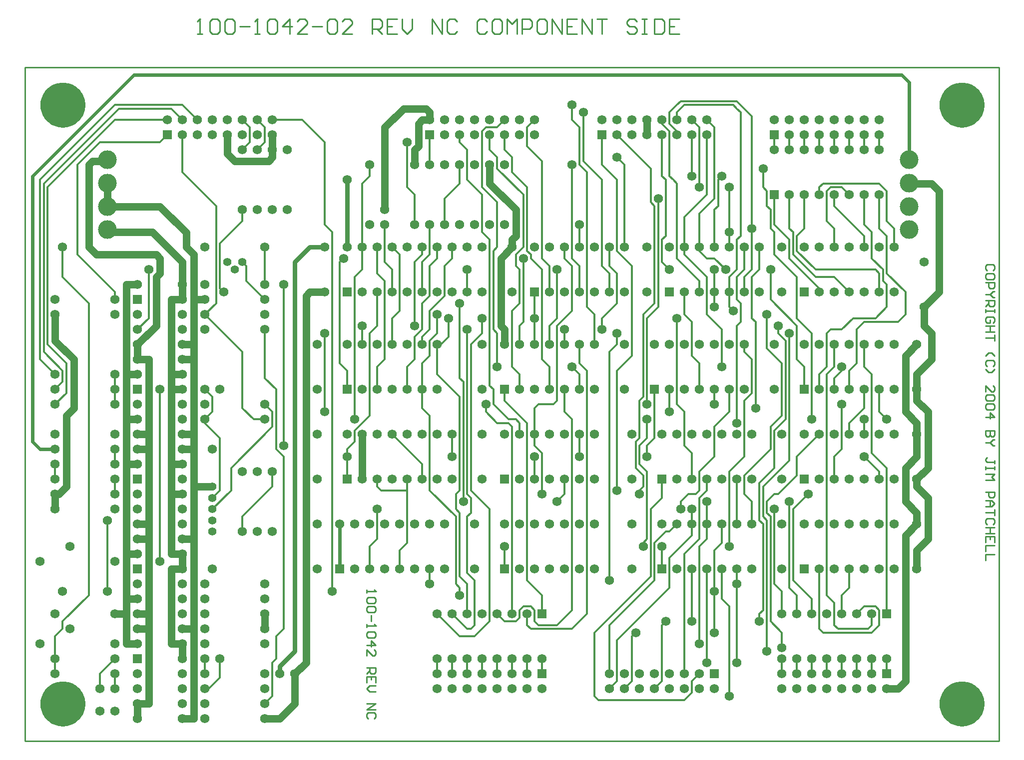
<source format=gtl>
*%FSLAX23Y23*%
*%MOIN*%
G01*
%ADD11C,0.007*%
%ADD12C,0.008*%
%ADD13C,0.010*%
%ADD14C,0.012*%
%ADD15C,0.020*%
%ADD16C,0.024*%
%ADD17C,0.030*%
%ADD18C,0.032*%
%ADD19C,0.036*%
%ADD20C,0.050*%
%ADD21C,0.052*%
%ADD22C,0.055*%
%ADD23C,0.056*%
%ADD24C,0.061*%
%ADD25C,0.062*%
%ADD26C,0.068*%
%ADD27C,0.070*%
%ADD28C,0.090*%
%ADD29C,0.125*%
%ADD30C,0.131*%
%ADD31C,0.140*%
%ADD32C,0.160*%
%ADD33C,0.250*%
%ADD34R,0.062X0.062*%
%ADD35R,0.068X0.068*%
D13*
X7685Y10216D02*
X7718D01*
X7702D01*
Y10316D01*
X7703D01*
X7702D02*
X7685Y10299D01*
X7768D02*
X7785Y10316D01*
X7818D01*
X7835Y10299D01*
Y10233D01*
X7818Y10216D01*
X7785D01*
X7768Y10233D01*
Y10299D01*
X7868D02*
X7885Y10316D01*
X7918D01*
X7935Y10299D01*
Y10233D01*
X7918Y10216D01*
X7885D01*
X7868Y10233D01*
Y10299D01*
X7968Y10266D02*
X8035D01*
X8068Y10216D02*
X8102D01*
X8085D01*
Y10316D01*
X8086D01*
X8085D02*
X8068Y10299D01*
X8152D02*
X8168Y10316D01*
X8202D01*
X8218Y10299D01*
Y10233D01*
X8202Y10216D01*
X8168D01*
X8152Y10233D01*
Y10299D01*
X8301Y10316D02*
Y10216D01*
X8251Y10266D02*
X8301Y10316D01*
X8318Y10266D02*
X8251D01*
X8351Y10216D02*
X8418D01*
X8351D02*
X8418Y10283D01*
Y10299D01*
X8401Y10316D01*
X8368D01*
X8351Y10299D01*
X8451Y10266D02*
X8518D01*
X8551Y10299D02*
X8568Y10316D01*
X8601D01*
X8618Y10299D01*
Y10233D01*
X8601Y10216D01*
X8568D01*
X8551Y10233D01*
Y10299D01*
X8651Y10216D02*
X8718D01*
X8651D02*
X8718Y10283D01*
Y10299D01*
X8701Y10316D01*
X8668D01*
X8651Y10299D01*
X8851Y10316D02*
Y10216D01*
Y10316D02*
X8901D01*
X8918Y10299D01*
Y10266D01*
X8901Y10249D01*
X8851D01*
X8885D02*
X8918Y10216D01*
X8951Y10316D02*
X9018D01*
X8951D02*
Y10216D01*
X9018D01*
X8985Y10266D02*
X8951D01*
X9051Y10249D02*
Y10316D01*
Y10249D02*
X9085Y10216D01*
X9118Y10249D01*
Y10316D01*
X9251D02*
Y10216D01*
X9318D02*
X9251Y10316D01*
X9318D02*
Y10216D01*
X9418Y10299D02*
X9401Y10316D01*
X9368D01*
X9351Y10299D01*
Y10233D01*
X9368Y10216D01*
X9401D01*
X9418Y10233D01*
X9601Y10316D02*
X9618Y10299D01*
X9601Y10316D02*
X9568D01*
X9551Y10299D01*
Y10233D01*
X9568Y10216D01*
X9601D01*
X9618Y10233D01*
X9668Y10316D02*
X9701D01*
X9668D02*
X9651Y10299D01*
Y10233D01*
X9668Y10216D01*
X9701D01*
X9718Y10233D01*
Y10299D01*
X9701Y10316D01*
X9751D02*
Y10216D01*
X9784Y10283D02*
X9751Y10316D01*
X9784Y10283D02*
X9818Y10316D01*
Y10216D01*
X9851D02*
Y10316D01*
X9901D01*
X9918Y10299D01*
Y10266D01*
X9901Y10249D01*
X9851D01*
X9968Y10316D02*
X10001D01*
X9968D02*
X9951Y10299D01*
Y10233D01*
X9968Y10216D01*
X10001D01*
X10018Y10233D01*
Y10299D01*
X10001Y10316D01*
X10051D02*
Y10216D01*
X10118D02*
X10051Y10316D01*
X10118D02*
Y10216D01*
X10151Y10316D02*
X10218D01*
X10151D02*
Y10216D01*
X10218D01*
X10184Y10266D02*
X10151D01*
X10251Y10216D02*
Y10316D01*
X10317Y10216D01*
Y10316D01*
X10351D02*
X10417D01*
X10384D01*
Y10216D01*
X10601Y10316D02*
X10617Y10299D01*
X10601Y10316D02*
X10567D01*
X10551Y10299D01*
Y10283D01*
X10567Y10266D01*
X10601D01*
X10617Y10249D01*
Y10233D01*
X10601Y10216D01*
X10567D01*
X10551Y10233D01*
X10651Y10316D02*
X10684D01*
X10667D01*
Y10216D01*
X10651D01*
X10684D01*
X10734D02*
Y10316D01*
Y10216D02*
X10784D01*
X10801Y10233D01*
Y10299D01*
X10784Y10316D01*
X10734D01*
X10834D02*
X10901D01*
X10834D02*
Y10216D01*
X10901D01*
X10867Y10266D02*
X10834D01*
X12995Y8636D02*
X13005Y8646D01*
Y8666D01*
X12995Y8676D01*
X12955D01*
X12945Y8666D01*
Y8646D01*
X12955Y8636D01*
X13005Y8606D02*
Y8586D01*
Y8606D02*
X12995Y8616D01*
X12955D01*
X12945Y8606D01*
Y8586D01*
X12955Y8576D01*
X12995D01*
X13005Y8586D01*
Y8556D02*
X12945D01*
X13005D02*
Y8526D01*
X12995Y8516D01*
X12975D01*
X12965Y8526D01*
Y8556D01*
X12995Y8496D02*
X13005D01*
X12995D02*
X12975Y8476D01*
X12995Y8456D01*
X13005D01*
X12975Y8476D02*
X12945D01*
Y8436D02*
X13005D01*
Y8406D01*
X12995Y8396D01*
X12975D01*
X12965Y8406D01*
Y8436D01*
Y8416D02*
X12945Y8396D01*
X13005Y8376D02*
Y8356D01*
Y8366D01*
X12945D01*
Y8376D01*
Y8356D01*
X13005Y8296D02*
X12995Y8286D01*
X13005Y8296D02*
Y8316D01*
X12995Y8326D01*
X12955D01*
X12945Y8316D01*
Y8296D01*
X12955Y8286D01*
X12975D01*
Y8306D01*
X13005Y8266D02*
X12945D01*
X12975D01*
Y8226D01*
X13005D01*
X12945D01*
X13005Y8206D02*
Y8166D01*
Y8186D01*
X12945D01*
X12965Y8086D02*
X12945Y8066D01*
X12965Y8086D02*
X12985D01*
X13005Y8066D01*
Y8006D02*
X12995Y7996D01*
X13005Y8006D02*
Y8026D01*
X12995Y8036D01*
X12955D01*
X12945Y8026D01*
Y8006D01*
X12955Y7996D01*
X12945Y7976D02*
X12965Y7956D01*
X12985D01*
X13005Y7976D01*
X12945Y7866D02*
Y7826D01*
Y7866D02*
X12985Y7826D01*
X12995D01*
X13005Y7836D01*
Y7856D01*
X12995Y7866D01*
Y7806D02*
X13005Y7796D01*
Y7776D01*
X12995Y7766D01*
X12955D01*
X12945Y7776D01*
Y7796D01*
X12955Y7806D01*
X12995D01*
Y7746D02*
X13005Y7736D01*
Y7716D01*
X12995Y7706D01*
X12955D01*
X12945Y7716D01*
Y7736D01*
X12955Y7746D01*
X12995D01*
X13005Y7656D02*
X12945D01*
X12975Y7686D02*
X13005Y7656D01*
X12975Y7646D02*
Y7686D01*
X13005Y7566D02*
X12945D01*
Y7536D01*
X12955Y7526D01*
X12965D01*
X12975Y7536D01*
Y7566D01*
X12976D01*
X12975D02*
X12976D01*
X12975D02*
X12976D01*
X12975D02*
Y7536D01*
X12985Y7526D01*
X12995D01*
X13005Y7536D01*
Y7566D01*
Y7506D02*
X12995D01*
X12975Y7486D01*
X12995Y7466D01*
X13005D01*
X12975Y7486D02*
X12945D01*
X13005Y7366D02*
Y7346D01*
Y7356D02*
Y7366D01*
Y7356D02*
X12955D01*
X12945Y7366D01*
Y7376D01*
X12955Y7386D01*
X13005Y7326D02*
Y7306D01*
Y7316D01*
X12945D01*
Y7326D01*
Y7306D01*
Y7276D02*
X13005D01*
X12985Y7256D01*
X13005Y7236D01*
X12945D01*
Y7156D02*
X13005D01*
Y7127D01*
X12995Y7117D01*
X12975D01*
X12965Y7127D01*
Y7156D01*
X12945Y7097D02*
X12985D01*
X13005Y7077D01*
X12985Y7057D01*
X12945D01*
X12975D01*
Y7097D01*
X13005Y7037D02*
Y6997D01*
Y7017D01*
X12945D01*
X13005Y6947D02*
X12995Y6937D01*
X13005Y6947D02*
Y6967D01*
X12995Y6977D01*
X12955D01*
X12945Y6967D01*
Y6947D01*
X12955Y6937D01*
X12945Y6917D02*
X13005D01*
X12975D02*
X12945D01*
X12975D02*
Y6877D01*
X13005D01*
X12945D01*
X13005Y6857D02*
Y6817D01*
Y6857D02*
X12945D01*
Y6817D01*
X12975Y6837D02*
Y6857D01*
X13005Y6797D02*
X12945D01*
Y6757D01*
Y6737D02*
X13005D01*
X12945D02*
Y6697D01*
X8815Y6501D02*
Y6481D01*
Y6491D01*
X8875D01*
X8876D01*
X8875D02*
X8865Y6501D01*
Y6451D02*
X8875Y6441D01*
Y6421D01*
X8865Y6411D01*
X8825D01*
X8815Y6421D01*
Y6441D01*
X8825Y6451D01*
X8865D01*
Y6391D02*
X8875Y6381D01*
Y6361D01*
X8865Y6351D01*
X8825D01*
X8815Y6361D01*
Y6381D01*
X8825Y6391D01*
X8865D01*
X8845Y6331D02*
Y6291D01*
X8815Y6271D02*
Y6251D01*
Y6261D01*
X8875D01*
X8876D01*
X8875D02*
X8865Y6271D01*
Y6221D02*
X8875Y6211D01*
Y6191D01*
X8865Y6181D01*
X8825D01*
X8815Y6191D01*
Y6211D01*
X8825Y6221D01*
X8865D01*
X8875Y6131D02*
X8815D01*
X8845Y6161D02*
X8875Y6131D01*
X8845Y6121D02*
Y6161D01*
X8815Y6101D02*
Y6061D01*
Y6101D02*
X8855Y6061D01*
X8865D01*
X8875Y6071D01*
Y6091D01*
X8865Y6101D01*
X8875Y5981D02*
X8815D01*
X8875D02*
Y5951D01*
X8865Y5941D01*
X8845D01*
X8835Y5951D01*
Y5981D01*
Y5961D02*
X8815Y5941D01*
X8875Y5921D02*
Y5881D01*
Y5921D02*
X8815D01*
Y5881D01*
X8845Y5901D02*
Y5921D01*
X8835Y5861D02*
X8875D01*
X8835D02*
X8815Y5841D01*
X8835Y5821D01*
X8875D01*
Y5741D02*
X8815D01*
Y5701D02*
X8875Y5741D01*
Y5701D02*
X8815D01*
X8865Y5641D02*
X8875Y5651D01*
Y5671D01*
X8865Y5681D01*
X8825D01*
X8815Y5671D01*
Y5651D01*
X8825Y5641D01*
X13035Y5491D02*
Y9991D01*
X6535D02*
Y5491D01*
X13035D01*
Y9991D02*
X6535D01*
D14*
X6785Y8591D02*
X6960Y8416D01*
X9510Y7166D02*
X9635Y7041D01*
X9285Y6341D02*
X9435Y6191D01*
X8535Y9491D02*
X8385Y9641D01*
X10485Y9541D02*
X10710Y9316D01*
X11535Y8741D02*
X11685Y8591D01*
X9435Y7791D02*
X9285Y7941D01*
X9235Y7166D02*
X9410Y6991D01*
X9185Y7341D02*
X8985Y7541D01*
X7910Y8166D02*
X7735Y8341D01*
X7810Y9066D02*
X7585Y9291D01*
X6885Y8741D02*
X7135Y8491D01*
X6685Y8141D02*
X6810Y8016D01*
X6785Y7966D02*
X6660Y8091D01*
X11685Y8766D02*
X11810Y8641D01*
Y8591D02*
X11660Y8741D01*
X11635Y8716D02*
X11835Y8516D01*
X12135Y8866D02*
X11935Y9066D01*
X12285Y8616D02*
X12410Y8491D01*
X11660Y6566D02*
X11785Y6441D01*
X8135Y8441D02*
X8010Y8566D01*
X9735Y7766D02*
X9885Y7616D01*
X10885Y8716D02*
X11035Y8566D01*
X11510Y8441D02*
X11685Y8266D01*
X11085Y8591D02*
X10935Y8741D01*
X9860Y9141D02*
X9685Y9316D01*
X10260Y9366D02*
X10385Y9241D01*
X6960Y6466D02*
X6785Y6291D01*
X7835Y8816D02*
X7985Y8966D01*
X11335Y7266D02*
X11510Y7441D01*
X11635Y7366D02*
X11460Y7191D01*
X7910Y7166D02*
X7785Y7041D01*
X7910Y7316D02*
X8185Y7591D01*
Y7191D02*
X7985Y6991D01*
X6885Y9341D02*
X7035Y9491D01*
X7135Y9641D02*
X6685Y9191D01*
X6660Y9216D02*
X7160Y9716D01*
X7135Y9741D02*
X6635Y9241D01*
X10935Y8991D02*
X11085Y9141D01*
X10710Y6591D02*
X10385Y6266D01*
X10435D02*
X10735Y6566D01*
X10835Y6716D02*
X10985Y6866D01*
X10835Y6516D02*
X10485Y6166D01*
X11560Y7141D02*
X11685Y7266D01*
Y7391D02*
X11835Y7541D01*
X6685Y8141D02*
Y9191D01*
X6660Y9216D02*
Y8091D01*
X6635Y8041D02*
Y9241D01*
Y8041D02*
X6735Y7941D01*
X7735Y5841D02*
X7760D01*
X10360Y5766D02*
X10935D01*
X6735Y6041D02*
Y6191D01*
Y6041D02*
Y5941D01*
X6785Y6241D02*
Y6291D01*
Y8591D02*
Y8791D01*
X6885Y8741D02*
Y9341D01*
X6735Y7341D02*
Y7241D01*
X6810Y7816D02*
Y8016D01*
X6785Y7966D02*
Y7891D01*
Y6241D02*
X6735Y6191D01*
Y7741D02*
X6810Y7816D01*
X6735Y7841D02*
X6785Y7891D01*
X6960Y8416D02*
Y6466D01*
X7085Y6491D02*
Y6966D01*
X7035Y5941D02*
Y5841D01*
Y5941D02*
X7135Y6041D01*
X9435Y6191D02*
X9535D01*
X9510Y6241D02*
X9485D01*
X9910D02*
X10185D01*
X11960D02*
X12160D01*
X12185Y6216D02*
X11860D01*
X7135Y8441D02*
Y8491D01*
Y7841D02*
Y7741D01*
Y7816D02*
Y7941D01*
Y7841D02*
Y7816D01*
Y7441D02*
Y7341D01*
Y7241D02*
Y7141D01*
Y5941D02*
Y5841D01*
X7285Y8241D02*
X7360Y8316D01*
X9960Y6266D02*
X10085D01*
X9910Y6391D02*
X9860D01*
X9810Y6291D02*
X9735D01*
X12135Y6391D02*
X12210D01*
X7435Y6691D02*
Y7841D01*
X7360Y8316D02*
Y8641D01*
X7435Y9491D02*
X7485Y9541D01*
X7585D02*
Y9291D01*
Y9641D02*
X7510Y9716D01*
X7585Y9741D02*
X7685Y9641D01*
X7835Y8816D02*
Y8516D01*
X7810Y8416D02*
Y9066D01*
X7785Y7791D02*
Y7691D01*
X7735Y6041D02*
Y5941D01*
X7835Y5916D02*
Y6041D01*
Y7166D02*
Y7516D01*
X7735Y7616D02*
Y7641D01*
X7860Y8491D02*
X7835Y8516D01*
X7735Y7841D02*
X7785Y7791D01*
X7735Y7616D02*
X7835Y7516D01*
X7735Y8341D02*
X7810Y8416D01*
X7835Y5916D02*
X7760Y5841D01*
X7735Y7641D02*
X7785Y7691D01*
X7835Y7166D02*
X7785Y7116D01*
X10810Y6891D02*
X10835D01*
X7985Y8966D02*
Y9041D01*
X7910Y7316D02*
Y7166D01*
X7985Y6991D02*
Y6891D01*
X8035Y9491D02*
Y9591D01*
X7985Y8091D02*
Y7716D01*
X8010Y8566D02*
Y8666D01*
X8035Y9591D02*
X7985Y9641D01*
Y7716D02*
X8060Y7641D01*
X7985Y8091D02*
X7910Y8166D01*
X8010Y8666D02*
X7985Y8691D01*
Y9441D02*
X8035Y9491D01*
X8910Y7166D02*
X9085D01*
X10960Y7141D02*
X11010D01*
X11535D02*
X11560D01*
X8260Y7466D02*
Y8541D01*
X8185Y7691D02*
Y7591D01*
Y7291D02*
Y7191D01*
X8135Y9491D02*
Y9591D01*
Y8241D02*
Y7916D01*
X8185Y6016D02*
Y5791D01*
X8210Y6041D02*
Y6191D01*
X8260Y6241D02*
Y7391D01*
X8210Y7441D02*
Y7841D01*
X8135Y8541D02*
Y8791D01*
Y7741D02*
X8185Y7691D01*
X8135Y9591D02*
X8085Y9641D01*
X8210Y7441D02*
X8260Y7391D01*
X8210Y7841D02*
X8135Y7916D01*
X8085Y9441D02*
X8135Y9491D01*
X8185Y5791D02*
X8135Y5741D01*
X8185Y6016D02*
X8210Y6041D01*
Y6191D02*
X8260Y6241D01*
X9685Y7616D02*
X9760D01*
X8535Y7691D02*
Y8216D01*
X8585Y8891D02*
Y6491D01*
X8535Y8941D02*
Y9491D01*
X8635Y8691D02*
Y8016D01*
X8585Y8891D02*
X8535Y8941D01*
X8635Y8016D02*
X8685Y7966D01*
X8635Y8691D02*
X8660Y8716D01*
X9960Y7741D02*
X10060D01*
X8135Y7641D02*
X8060D01*
X9760D02*
X9810D01*
X8785Y8141D02*
Y8266D01*
X8835Y6791D02*
Y6641D01*
X8685Y7391D02*
Y7441D01*
X8735Y7491D02*
Y7566D01*
X8835Y7666D02*
Y8216D01*
X8735Y8591D02*
Y7641D01*
X8785Y8641D02*
Y8791D01*
Y9216D01*
X8835Y9266D02*
Y9341D01*
X8685Y7966D02*
Y7841D01*
Y7391D02*
Y7241D01*
X8885Y6841D02*
X8835Y6791D01*
X8685Y7441D02*
X8735Y7491D01*
Y7566D02*
X8835Y7666D01*
Y8216D02*
X8885Y8266D01*
X8735Y8591D02*
X8785Y8641D01*
Y9216D02*
X8835Y9266D01*
X8885Y7241D02*
Y7191D01*
X9035Y6766D02*
Y6641D01*
X8885Y6841D02*
Y7041D01*
Y8266D02*
Y8491D01*
Y8616D02*
Y8791D01*
Y7991D02*
Y7841D01*
X8935Y8041D02*
Y8566D01*
Y8691D02*
Y8941D01*
X8985Y8641D02*
Y8491D01*
Y8316D02*
Y8141D01*
X9035Y8366D02*
Y8741D01*
X8885Y7191D02*
X8910Y7166D01*
X8935Y8566D02*
X8885Y8616D01*
X8935Y8691D02*
X8985Y8641D01*
X9035Y8741D02*
X8985Y8791D01*
X9085Y6816D02*
X9035Y6766D01*
X8885Y7991D02*
X8935Y8041D01*
X8985Y8316D02*
X9035Y8366D01*
X9285Y8141D02*
X9310D01*
X9085Y7241D02*
Y7166D01*
Y6816D01*
X9185Y7841D02*
Y8016D01*
Y7841D02*
Y7716D01*
X9235Y8066D02*
Y8166D01*
Y6641D02*
Y6541D01*
Y7166D02*
Y7666D01*
X9185Y7341D02*
Y7241D01*
X9235Y8741D02*
Y8941D01*
X9185Y8691D02*
Y8491D01*
X9135Y8941D02*
Y9141D01*
X9085Y9191D02*
Y9491D01*
X9235Y9541D02*
Y9341D01*
X9135Y8691D02*
Y8266D01*
X9185Y8741D02*
Y8791D01*
X9135Y8191D02*
Y8041D01*
X9085Y7991D02*
Y7841D01*
X9185Y8141D02*
Y8191D01*
Y8241D02*
Y8416D01*
X9235Y8466D02*
Y8666D01*
Y8366D02*
Y8241D01*
X9185Y7716D02*
X9235Y7666D01*
X9135Y9141D02*
X9085Y9191D01*
X9235Y8066D02*
X9185Y8016D01*
Y8691D02*
X9235Y8741D01*
X9185D02*
X9135Y8691D01*
X9235Y8666D02*
X9285Y8716D01*
X9185Y8241D02*
X9135Y8191D01*
Y8041D02*
X9085Y7991D01*
X9185Y8416D02*
X9235Y8466D01*
Y8241D02*
X9185Y8191D01*
X9235Y8366D02*
X9335Y8466D01*
X9285Y8216D02*
X9235Y8166D01*
X12135Y8291D02*
X12360D01*
X12210Y8316D02*
X12060D01*
X11985Y8241D02*
X11910D01*
X9360Y8191D02*
Y8316D01*
X9435Y8416D02*
Y7916D01*
X9285Y7941D02*
Y8141D01*
X9335Y8466D02*
Y8666D01*
X9435Y7791D02*
Y7166D01*
X9410Y7141D02*
Y7041D01*
X9435Y7016D02*
Y6591D01*
Y6516D02*
Y6466D01*
X9410Y6541D02*
Y6991D01*
X9385Y7391D02*
Y7541D01*
X9435Y9216D02*
Y9341D01*
X9335Y9116D02*
Y8941D01*
X9285Y6041D02*
Y5941D01*
X9385D02*
Y6041D01*
X9435Y9491D02*
Y9541D01*
X9285Y8791D02*
Y8716D01*
X9385D02*
Y8791D01*
X9285Y8341D02*
Y8216D01*
X9410Y7041D02*
X9435Y7016D01*
X9460Y7891D02*
X9435Y7916D01*
X9385Y6341D02*
X9485Y6241D01*
Y6541D02*
X9435Y6591D01*
X9410Y6541D02*
X9435Y6516D01*
X9485Y9441D02*
X9435Y9491D01*
X9360Y8191D02*
X9310Y8141D01*
X9435Y7166D02*
X9410Y7141D01*
X9335Y9116D02*
X9435Y9216D01*
X9385Y8716D02*
X9335Y8666D01*
X11810Y8591D02*
X11935D01*
X9510Y8141D02*
Y7166D01*
X9585Y8216D02*
Y8316D01*
X9485Y8491D02*
Y8641D01*
X9635Y7041D02*
Y6291D01*
X9485Y7141D02*
Y8241D01*
X9510Y7116D02*
Y7016D01*
X9485Y6991D02*
Y6616D01*
X9460Y7091D02*
Y7891D01*
X9635Y7866D02*
Y8216D01*
X9585Y9191D02*
Y9566D01*
X9535Y6566D02*
Y6266D01*
X9610Y7691D02*
Y7741D01*
X9485Y6541D02*
Y6341D01*
Y6041D02*
Y5941D01*
X9585D02*
Y6041D01*
X9485Y9241D02*
Y9441D01*
X9585Y9141D02*
Y8891D01*
X9635Y8841D02*
Y8216D01*
Y9441D02*
Y9541D01*
X9485Y7141D02*
X9510Y7116D01*
X9660Y7841D02*
X9635Y7866D01*
X9685Y9091D02*
X9585Y9191D01*
X9485Y6616D02*
X9535Y6566D01*
X9685Y7616D02*
X9610Y7691D01*
X9560Y9166D02*
X9485Y9241D01*
X9560Y9166D02*
X9585Y9141D01*
Y8891D02*
X9635Y8841D01*
X9685Y9391D02*
X9635Y9441D01*
X9585Y8216D02*
X9510Y8141D01*
Y7016D02*
X9485Y6991D01*
X9585Y9566D02*
X9610Y9591D01*
X9635Y6291D02*
X9535Y6191D01*
X9510Y6241D02*
X9535Y6266D01*
X11810Y8641D02*
X12210D01*
X11135Y8716D02*
X11085D01*
X9685Y8216D02*
Y7991D01*
X9660Y7841D02*
Y7741D01*
Y8241D02*
Y8766D01*
X9685Y8791D02*
Y9091D01*
X9735Y9441D02*
Y9541D01*
X9785Y9391D02*
Y9291D01*
X9735Y6791D02*
Y6641D01*
X9835Y6366D02*
Y6316D01*
X9785Y6341D02*
Y6991D01*
Y7591D01*
X9685Y6041D02*
Y5941D01*
X9785D02*
Y6041D01*
X9835Y7541D02*
Y7616D01*
X9735Y7766D02*
Y7841D01*
X9835Y8141D02*
Y8266D01*
X9785Y8366D02*
Y7991D01*
X9835Y7941D02*
Y7841D01*
Y8416D02*
Y8641D01*
X9810Y8666D02*
Y8741D01*
X9685Y9316D02*
Y9391D01*
X9660Y8241D02*
X9685Y8216D01*
X9660Y7741D02*
X9760Y7641D01*
X9785Y9391D02*
X9735Y9441D01*
X9785Y9291D02*
X9885Y9191D01*
X9685Y6341D02*
X9735Y6291D01*
X9785Y7591D02*
X9760Y7616D01*
X9810Y7641D02*
X9835Y7616D01*
Y7941D02*
X9785Y7991D01*
X9835Y8641D02*
X9810Y8666D01*
X9685Y9591D02*
X9735Y9641D01*
X9685Y8791D02*
X9660Y8766D01*
X9860Y6391D02*
X9835Y6366D01*
Y6316D02*
X9810Y6291D01*
X9835Y8266D02*
X9860Y8291D01*
X9785Y8366D02*
X9835Y8416D01*
X9810Y8741D02*
X9860Y8791D01*
X10035Y7991D02*
Y7841D01*
X9885Y8766D02*
Y9191D01*
X9910Y8741D02*
Y8716D01*
X9985Y8641D02*
Y8041D01*
X9935Y7716D02*
Y7541D01*
Y7466D01*
Y7391D02*
Y7241D01*
X9985Y7141D02*
Y7416D01*
X9935Y8141D02*
Y8316D01*
Y8141D02*
Y8491D01*
Y6366D02*
Y6291D01*
X9885Y6266D02*
Y6341D01*
Y6041D02*
Y5941D01*
X9985D02*
Y6041D01*
X9885Y6566D02*
Y7616D01*
X9985Y6466D02*
Y6341D01*
X9860Y8291D02*
Y8716D01*
X10035Y8266D02*
Y8141D01*
X9985Y8716D02*
Y9366D01*
X9885Y9466D02*
Y9591D01*
X10035Y8666D02*
Y8491D01*
X9860Y8791D02*
Y9141D01*
X9885Y8766D02*
X9910Y8741D01*
Y8716D02*
X9985Y8641D01*
Y8041D02*
X10035Y7991D01*
X9935Y7466D02*
X9985Y7416D01*
X9935Y6291D02*
X9960Y6266D01*
X9935Y6366D02*
X9910Y6391D01*
X9885Y6266D02*
X9910Y6241D01*
X9985Y6466D02*
X9885Y6566D01*
X10035Y8666D02*
X9985Y8716D01*
Y9366D02*
X9885Y9466D01*
X9960Y7741D02*
X9935Y7716D01*
X10035Y8266D02*
X10085Y8316D01*
X9885Y9591D02*
X9935Y9641D01*
X10135Y7841D02*
Y7691D01*
Y7241D02*
Y7141D01*
X10185Y9641D02*
Y9741D01*
Y9341D02*
Y8716D01*
X10135D02*
Y8791D01*
X10185Y8666D02*
Y8366D01*
X10085Y8266D02*
Y7766D01*
X10185Y7641D02*
Y6366D01*
X10085Y8316D02*
Y8641D01*
X10135Y8241D02*
Y8141D01*
X10185Y7991D02*
X10235Y7941D01*
Y9591D02*
X10185Y9641D01*
Y8716D02*
X10235Y8666D01*
X10185D02*
X10135Y8716D01*
Y7691D02*
X10185Y7641D01*
X10135Y7141D02*
X10085Y7091D01*
Y8266D02*
X10185Y8366D01*
X10085Y7766D02*
X10060Y7741D01*
X10185Y6366D02*
X10085Y6266D01*
X10185Y6241D02*
X10285Y6341D01*
X11860Y9216D02*
X12235D01*
X11985Y9191D02*
X11910D01*
X10385Y8316D02*
Y8241D01*
X10235Y7941D02*
Y7841D01*
X10335Y8141D02*
Y8341D01*
X10235Y9341D02*
Y9591D01*
X10285Y9291D02*
Y8391D01*
X10235Y8491D02*
Y8666D01*
Y7541D02*
Y7391D01*
X10285Y7966D02*
Y6341D01*
X10235Y8016D02*
Y8141D01*
X10385Y9341D02*
Y9541D01*
X10235Y8941D02*
Y8791D01*
X10335Y6216D02*
Y5791D01*
X10260Y9366D02*
Y9691D01*
X10385Y9241D02*
Y8666D01*
X10285Y9291D02*
X10235Y9341D01*
X10285Y8391D02*
X10335Y8341D01*
X10435Y8616D02*
X10385Y8666D01*
X10235Y8016D02*
X10285Y7966D01*
X10485Y9241D02*
X10385Y9341D01*
X10335Y5791D02*
X10360Y5766D01*
X10385Y8316D02*
X10485Y8416D01*
X10385Y6266D02*
X10335Y6216D01*
X7060Y9491D02*
X7035D01*
X7060D02*
X7435D01*
X10435Y8091D02*
Y6566D01*
X10485Y8141D02*
Y8216D01*
X10435Y8666D02*
Y8791D01*
X10485Y8616D02*
Y8416D01*
Y7966D02*
Y7166D01*
X10585Y8066D02*
Y8666D01*
X10485Y8766D02*
Y9241D01*
X10435Y8616D02*
Y8491D01*
X10610Y7491D02*
Y7316D01*
X10535Y8791D02*
Y9341D01*
X10435Y6266D02*
Y5941D01*
X10485Y5891D02*
Y6166D01*
X10585Y6191D02*
Y5891D01*
X10485Y8616D02*
X10435Y8666D01*
X10485Y8766D02*
X10585Y8666D01*
X10610Y7316D02*
X10660Y7266D01*
X10535Y9341D02*
X10485Y9391D01*
Y8141D02*
X10435Y8091D01*
X10485Y7966D02*
X10585Y8066D01*
X10635Y7516D02*
X10610Y7491D01*
X10485Y5891D02*
X10435Y5841D01*
X10585Y6191D02*
X10610Y6216D01*
X10585Y5891D02*
X10535Y5841D01*
X9685Y9591D02*
X9610D01*
X8385Y9641D02*
X8185D01*
X7485D02*
X7135D01*
X7160Y9716D02*
X7510D01*
X7585Y9741D02*
X7135D01*
X10935D02*
X11260D01*
X11285Y9766D02*
X10910D01*
X10785Y6791D02*
Y6716D01*
X10735Y6816D02*
Y6566D01*
Y7516D02*
Y7841D01*
X10685Y7466D02*
Y7391D01*
Y7516D02*
Y7641D01*
X10635Y7466D02*
Y7341D01*
Y7166D02*
Y7141D01*
X10660Y7191D02*
Y7266D01*
X10635Y7516D02*
Y7641D01*
Y7766D01*
X10660Y7791D02*
Y8341D01*
X10735Y8416D02*
Y9066D01*
X10710Y9091D02*
Y9316D01*
X10785Y6716D02*
Y6641D01*
X10660Y6791D02*
Y6816D01*
X10685Y6841D02*
Y7291D01*
X10760Y8391D02*
Y9116D01*
X10685Y8316D02*
Y7741D01*
X10810Y8866D02*
Y9241D01*
X10785Y8841D02*
Y8691D01*
Y9266D02*
Y9541D01*
Y9616D02*
Y9641D01*
X10710Y7041D02*
Y6591D01*
X10785Y7116D02*
Y7241D01*
Y6266D02*
Y5891D01*
X10735Y9066D02*
X10710Y9091D01*
X10635Y7341D02*
X10685Y7291D01*
X10810Y9241D02*
X10785Y9266D01*
Y8691D02*
X10835Y8641D01*
Y9566D02*
X10785Y9616D01*
X10810Y6891D02*
X10735Y6816D01*
X10685Y7466D02*
X10735Y7516D01*
X10685D02*
X10635Y7466D01*
X10660Y7191D02*
X10635Y7166D01*
Y7766D02*
X10660Y7791D01*
Y8341D02*
X10735Y8416D01*
X10685Y6841D02*
X10660Y6816D01*
X10685Y8316D02*
X10760Y8391D01*
X10785Y8841D02*
X10810Y8866D01*
X10785Y7116D02*
X10710Y7041D01*
X10810Y6291D02*
X10785Y6266D01*
Y5891D02*
X10735Y5841D01*
X10935Y8341D02*
Y8491D01*
X10910Y7091D02*
Y7041D01*
X10985Y7241D02*
Y7416D01*
X10935Y7466D02*
Y7691D01*
X10885Y7741D02*
Y8316D01*
X10985Y8291D02*
Y8066D01*
Y9266D02*
Y9541D01*
X10885Y9216D02*
Y8716D01*
Y9641D02*
Y9691D01*
X10835Y9566D02*
Y9266D01*
Y9616D02*
Y9691D01*
X10885Y9566D02*
Y9541D01*
X10835Y7841D02*
Y7691D01*
X10985Y5891D02*
Y5816D01*
X10835Y6516D02*
Y6716D01*
X10985Y6941D02*
Y7041D01*
Y6941D02*
Y6866D01*
X10935Y6741D02*
Y5941D01*
Y8791D02*
Y8991D01*
Y8791D02*
Y8741D01*
X10985Y6641D02*
Y6291D01*
Y7416D02*
X10935Y7466D01*
Y7691D02*
X10885Y7741D01*
X10985Y8291D02*
X10935Y8341D01*
X10985Y8066D02*
X11035Y8016D01*
Y9591D02*
X10985Y9641D01*
X10835Y9266D02*
X10860Y9241D01*
X10885Y9216D01*
Y9566D02*
X10835Y9616D01*
X10885Y6941D02*
X10835Y6891D01*
X11010Y7141D02*
X11035Y7166D01*
X10960Y7141D02*
X10910Y7091D01*
X10885Y9691D02*
X10935Y9741D01*
X10885D02*
X10835Y9691D01*
X10885Y9741D02*
X10910Y9766D01*
X11035Y5941D02*
X10985Y5891D01*
Y5816D02*
X10935Y5766D01*
Y6741D02*
X11035Y6841D01*
X11135Y7391D02*
Y7591D01*
X11035Y7291D02*
Y7166D01*
X11135Y7741D02*
Y7841D01*
Y6766D02*
Y6491D01*
X11085Y7166D02*
Y7241D01*
X11135Y9116D02*
Y9591D01*
X11085Y9541D02*
Y9141D01*
X11035Y8016D02*
Y7841D01*
Y9191D02*
Y9591D01*
X11160Y9241D02*
Y9066D01*
X11135Y9041D02*
Y8791D01*
X11035Y8566D02*
Y8491D01*
X11135D02*
Y8391D01*
Y8491D02*
Y8641D01*
X11035Y7116D02*
Y6841D01*
Y6791D02*
Y6141D01*
X11085Y6941D02*
Y7091D01*
Y6941D02*
Y6841D01*
Y6641D02*
Y6016D01*
X11185Y6441D02*
Y6641D01*
X11135Y6766D02*
Y6216D01*
X11035Y8791D02*
Y9016D01*
Y8791D02*
Y8766D01*
X11185Y8241D02*
Y7991D01*
X11085Y8341D02*
Y8591D01*
X11185Y6941D02*
Y6816D01*
X11135Y9591D02*
X11085Y9641D01*
X11185Y6441D02*
X11235Y6391D01*
X11210Y8641D02*
X11135Y8716D01*
X11085D02*
X11035Y8766D01*
X11085Y8341D02*
X11185Y8241D01*
X11235Y7691D02*
X11135Y7591D01*
Y7391D02*
X11035Y7291D01*
X11085Y7166D02*
X11035Y7116D01*
Y9016D02*
X11135Y9116D01*
X11160Y9241D02*
X11185Y9266D01*
X11160Y9066D02*
X11135Y9041D01*
X11085Y6841D02*
X11035Y6791D01*
X11135Y6766D02*
X11185Y6816D01*
X11385Y8316D02*
Y8591D01*
Y8041D02*
Y7816D01*
X11335Y8091D02*
Y8141D01*
Y7766D02*
Y7591D01*
Y7391D01*
X11235Y7291D02*
Y6791D01*
Y7691D02*
Y7841D01*
X11385Y7091D02*
Y6941D01*
X11335Y7141D02*
Y7266D01*
X11285Y7241D02*
Y6941D01*
X11235Y8791D02*
Y8891D01*
Y8791D02*
Y9191D01*
X11310Y8866D02*
Y9691D01*
X11285Y8841D02*
Y8641D01*
X11235Y8491D02*
Y8391D01*
Y8491D02*
Y8591D01*
X11385Y8916D02*
Y9666D01*
X11285Y8591D02*
Y8441D01*
X11310Y8416D02*
Y8291D01*
X11285Y8266D02*
Y7766D01*
Y7616D01*
X11335Y8641D02*
Y8791D01*
X11285Y6641D02*
Y6541D01*
Y6641D02*
Y6016D01*
X11235Y5791D02*
Y6391D01*
X11385Y8641D02*
Y8916D01*
X11335Y8591D02*
Y8491D01*
X11385Y8316D02*
X11410Y8291D01*
X11335Y8091D02*
X11385Y8041D01*
X11335Y7141D02*
X11385Y7091D01*
X11260Y8366D02*
X11235Y8391D01*
X11285Y9716D02*
X11260Y9741D01*
X11285Y9716D02*
X11310Y9691D01*
X11285Y9766D02*
X11385Y9666D01*
X11285Y8441D02*
X11310Y8416D01*
X11385Y7816D02*
X11335Y7766D01*
Y7391D02*
X11235Y7291D01*
X11285Y8841D02*
X11310Y8866D01*
X11285Y8641D02*
X11235Y8591D01*
X11385D02*
X11435Y8641D01*
X11335D02*
X11285Y8591D01*
X11310Y8291D02*
X11285Y8266D01*
X11335Y8591D02*
X11385Y8641D01*
X11410Y8291D02*
Y7716D01*
X11485Y8116D02*
Y8341D01*
X11585Y8016D02*
Y7666D01*
X11510Y7591D02*
Y7441D01*
X11435Y6341D02*
Y6291D01*
X11460Y6366D02*
Y6941D01*
X11435Y6966D02*
Y7216D01*
X11535Y7316D02*
Y7566D01*
X11560Y8216D02*
Y8266D01*
X11485Y6966D02*
Y6091D01*
X11460Y6991D02*
Y7191D01*
X11535Y8741D02*
Y8891D01*
X11510Y8916D02*
Y9041D01*
X11535Y9441D02*
Y9541D01*
X11585Y6041D02*
Y5941D01*
X11535Y8941D02*
Y9141D01*
X11585Y6491D02*
Y6341D01*
X11535Y6541D02*
Y7041D01*
X11435Y8641D02*
Y8791D01*
X11585Y6216D02*
Y6116D01*
X11510Y6291D02*
Y6491D01*
Y6991D01*
X11485Y7016D02*
Y7091D01*
X11510Y8441D02*
Y8641D01*
X11460Y9191D02*
Y9316D01*
X11485Y9166D02*
Y9066D01*
Y8116D02*
X11585Y8016D01*
X11435Y6966D02*
X11460Y6941D01*
X11610Y8166D02*
X11560Y8216D01*
X11460Y6991D02*
X11485Y6966D01*
X11535Y8891D02*
X11510Y8916D01*
Y9041D02*
X11485Y9066D01*
X11535Y8941D02*
X11635Y8841D01*
X11560Y6516D02*
X11585Y6491D01*
X11560Y6516D02*
X11535Y6541D01*
X11510Y6291D02*
X11585Y6216D01*
X11510Y6991D02*
X11485Y7016D01*
Y9166D02*
X11460Y9191D01*
X11585Y7666D02*
X11510Y7591D01*
X11460Y6366D02*
X11435Y6341D01*
Y7216D02*
X11535Y7316D01*
Y7566D02*
X11610Y7641D01*
X11535Y7141D02*
X11485Y7091D01*
X11610Y7641D02*
Y8166D01*
X11635Y8216D02*
Y7366D01*
X11660Y7041D02*
Y6566D01*
X11635Y9441D02*
Y9541D01*
X11735D02*
Y9441D01*
X11685Y6041D02*
Y5941D01*
X11785D02*
Y6041D01*
X11635Y8916D02*
Y9141D01*
X11735D02*
Y8916D01*
X11635Y8841D02*
Y8716D01*
X11660Y8741D02*
Y8891D01*
X11685Y8866D02*
Y8766D01*
Y6466D02*
Y6341D01*
X11785D02*
Y6441D01*
X11635Y6516D02*
Y7091D01*
X11685Y7266D02*
Y7391D01*
X11735Y7841D02*
Y7991D01*
X11685Y8041D02*
Y8266D01*
Y8316D02*
Y8591D01*
X11785Y8216D02*
Y7641D01*
X11660Y8891D02*
X11635Y8916D01*
Y6516D02*
X11685Y6466D01*
X11735Y7991D02*
X11685Y8041D01*
X11785Y8216D02*
X11685Y8316D01*
X11760Y7141D02*
X11660Y7041D01*
X11685Y8866D02*
X11735Y8916D01*
X11935Y7391D02*
Y7241D01*
X11985Y7441D02*
Y7741D01*
X11835Y9441D02*
Y9541D01*
X11935D02*
Y9441D01*
X11885Y6041D02*
Y5941D01*
X11985D02*
Y6041D01*
X11835Y8491D02*
Y8516D01*
X11935Y9066D02*
Y9141D01*
X11885Y8216D02*
Y7991D01*
X11835Y7941D02*
Y7841D01*
Y9141D02*
Y9191D01*
X11885Y9166D02*
Y8966D01*
X11935Y8916D02*
Y8791D01*
X11885Y7941D02*
Y6466D01*
X11935Y6416D02*
Y6266D01*
Y7991D02*
Y8141D01*
X11985Y6466D02*
Y6341D01*
X11835Y6241D02*
Y6641D01*
X11985Y7966D02*
Y7991D01*
X11935Y7916D02*
Y7841D01*
X12035Y8491D02*
X11935Y8591D01*
Y8916D02*
X11885Y8966D01*
X12035Y9141D02*
X11985Y9191D01*
X11885Y6466D02*
X11935Y6416D01*
Y6266D02*
X11960Y6241D01*
X11860Y6216D02*
X11835Y6241D01*
X11935Y7391D02*
X11985Y7441D01*
Y8241D02*
X12060Y8316D01*
X11910Y8241D02*
X11885Y8216D01*
Y7991D02*
X11835Y7941D01*
Y9191D02*
X11860Y9216D01*
X11885Y9166D02*
X11910Y9191D01*
X11935Y7991D02*
X11885Y7941D01*
X12035Y6516D02*
X11985Y6466D01*
X11935Y7916D02*
X11985Y7966D01*
X12035Y7616D02*
Y7541D01*
X12135Y7716D02*
Y7841D01*
Y7641D02*
Y7541D01*
X12035Y9441D02*
Y9541D01*
X12135D02*
Y9441D01*
X12085Y6041D02*
Y5941D01*
X12185D02*
Y6041D01*
X12135Y8791D02*
Y8866D01*
X12085Y8241D02*
Y8016D01*
X12035Y7966D02*
Y7841D01*
X12185Y8716D02*
Y8891D01*
X12135Y8941D02*
Y9141D01*
X12185Y7941D02*
Y7416D01*
X12135Y7991D02*
Y8141D01*
X12185Y6341D02*
Y6266D01*
X12035Y6516D02*
Y6641D01*
X12185Y8891D02*
X12135Y8941D01*
X12185Y8716D02*
X12260Y8641D01*
X12185Y7416D02*
X12285Y7316D01*
X12185Y7941D02*
X12135Y7991D01*
Y7391D02*
X12235Y7291D01*
X12035Y7616D02*
X12135Y7716D01*
X12035Y7966D02*
X12085Y8016D01*
Y8241D02*
X12135Y8291D01*
X12185Y6266D02*
X12160Y6241D01*
X12185Y6216D02*
X12235Y6266D01*
X12135Y6391D02*
X12085Y6341D01*
X12235Y7691D02*
Y7841D01*
Y9441D02*
Y9541D01*
X12285Y6041D02*
Y5941D01*
X12235Y8491D02*
Y8616D01*
X12335Y8791D02*
Y8916D01*
X12285Y8966D02*
Y9166D01*
X12235Y9141D02*
Y8916D01*
X12285Y8866D02*
Y8616D01*
X12260Y8641D02*
Y8566D01*
X12285Y8541D02*
Y8391D01*
Y7316D02*
Y6341D01*
X12235Y6366D02*
Y6266D01*
Y7241D02*
Y7291D01*
X12285Y7641D02*
X12235Y7691D01*
Y8616D02*
X12210Y8641D01*
X12335Y8916D02*
X12285Y8966D01*
X12235Y8916D02*
X12285Y8866D01*
X12260Y8566D02*
X12285Y8541D01*
Y9166D02*
X12235Y9216D01*
X12210Y6391D02*
X12235Y6366D01*
X12360Y8291D02*
X12410Y8341D01*
X12285Y8391D02*
X12210Y8316D01*
X12410Y8341D02*
Y8491D01*
D16*
X12435Y9891D02*
X12385Y9941D01*
X6635Y7441D02*
X6585Y7491D01*
X7135Y9816D02*
X7260Y9941D01*
X7135Y9816D02*
X6585Y9266D01*
Y7491D01*
X6635Y7441D02*
X6735D01*
X8635Y6941D02*
Y6641D01*
X7260Y9941D02*
X12385D01*
X12435Y9891D02*
Y9366D01*
D17*
X8435Y8791D02*
X8335Y8691D01*
Y6091D02*
X8235Y5991D01*
Y5941D01*
X8335Y6091D02*
Y8691D01*
X8685Y8791D02*
Y9241D01*
X8535Y8791D02*
X8435D01*
D20*
X9235Y9691D02*
X9210Y9716D01*
X9710Y8266D02*
X9735Y8241D01*
X7935Y9366D02*
X7885Y9416D01*
X12485Y7191D02*
X12560Y7116D01*
Y7691D02*
X12485Y7766D01*
X12410Y7091D02*
X12485Y7016D01*
X12585Y8216D02*
X12535Y8266D01*
X12410Y7691D02*
X12485Y7616D01*
X12635Y9166D02*
X12585Y9216D01*
X7435Y8716D02*
X7410Y8741D01*
X7010D02*
X6960Y8791D01*
X7385Y8891D02*
X7585Y8691D01*
X7610Y8888D02*
X7435Y9063D01*
X7610Y8791D02*
X7660Y8741D01*
X6860Y8041D02*
X6735Y8166D01*
X9635Y9216D02*
X9810Y9041D01*
X8410Y6016D02*
X8335Y5941D01*
X8410Y8466D02*
X8435Y8491D01*
X8935Y9591D02*
X9060Y9716D01*
X8185Y9391D02*
X8160Y9366D01*
X8335Y5741D02*
X8235Y5641D01*
X12410Y6866D02*
X12485Y6941D01*
X12410Y5891D02*
X12360Y5841D01*
X12485Y7241D02*
X12560Y7316D01*
Y6841D02*
X12485Y6766D01*
X12410Y7316D02*
X12485Y7391D01*
X12535Y8391D02*
X12635Y8491D01*
X12585Y8041D02*
X12485Y7941D01*
X12410Y8066D02*
X12485Y8141D01*
X7435Y8616D02*
X7410Y8591D01*
X6960Y9341D02*
X6985Y9366D01*
X7410Y8266D02*
X7285Y8141D01*
X6860Y7716D02*
X6810Y7666D01*
Y7191D02*
X6760Y7141D01*
X9160Y9616D02*
X9185Y9641D01*
X9160Y9466D02*
X9135Y9441D01*
X9785Y8841D02*
X9810Y8866D01*
X9785Y8791D02*
X9710Y8716D01*
X8235Y5641D02*
X8135D01*
X7660D02*
X7585D01*
X12285Y5841D02*
X12360D01*
X7360Y5741D02*
X7285D01*
X6860Y7716D02*
Y8041D01*
X6810Y7666D02*
Y7191D01*
X6735Y7141D02*
Y7041D01*
Y8166D02*
Y8341D01*
X6960Y8791D02*
Y9291D01*
Y9341D01*
X7085Y9366D02*
Y9375D01*
Y8907D02*
Y8891D01*
Y9066D02*
Y9219D01*
Y9066D02*
Y9063D01*
X7210Y6141D02*
X7285D01*
X7510D02*
X7585D01*
X7360Y6241D02*
X7285D01*
X7585D02*
X7660D01*
X7210Y6341D02*
Y6441D01*
Y6141D01*
Y6441D02*
Y6741D01*
Y7341D01*
Y7641D01*
Y7941D01*
Y8541D01*
X7285Y5741D02*
Y5641D01*
Y8041D02*
Y8141D01*
X7210Y6341D02*
X7135D01*
X7210Y6441D02*
X7285D01*
Y6341D02*
X7360D01*
Y7541D02*
Y8041D01*
Y7541D02*
Y7441D01*
Y6941D01*
Y6841D01*
Y6341D01*
Y6241D01*
Y5741D01*
X7410Y8266D02*
Y8591D01*
X7435Y8616D02*
Y8716D01*
X7510Y6641D02*
X7585D01*
X7660Y7191D02*
Y7441D01*
X7510Y6641D02*
Y6141D01*
X7585D02*
Y6041D01*
X7510Y6741D02*
Y7141D01*
X7585Y6741D02*
Y6641D01*
X7510Y7141D02*
Y7341D01*
Y7841D01*
Y7941D01*
Y8441D01*
X7660Y6241D02*
Y5641D01*
Y6241D02*
Y6841D01*
Y7441D01*
Y7541D01*
Y8141D02*
Y8441D01*
Y8041D02*
Y7541D01*
Y8041D02*
Y8141D01*
X7585Y8441D02*
Y8541D01*
Y8691D01*
X7610Y8791D02*
Y8888D01*
X7660Y8741D02*
Y8441D01*
X7585Y6741D02*
X7510D01*
X7285D02*
X7210D01*
X7285Y6941D02*
X7360D01*
Y6841D02*
X7285D01*
X7585D02*
X7660D01*
X7885Y9416D02*
Y9541D01*
X7785Y7191D02*
X7660D01*
X6760Y7141D02*
X6735D01*
X7510D02*
X7585D01*
X8135Y6341D02*
Y6241D01*
X8185Y9391D02*
Y9441D01*
Y9541D01*
X7285Y7341D02*
X7210D01*
X7510D02*
X7585D01*
X8410Y8466D02*
Y6016D01*
X8335Y5941D02*
Y5741D01*
X7660Y7441D02*
X7585D01*
X7360Y7541D02*
X7285D01*
Y7441D02*
X7360D01*
X7585Y7541D02*
X7660D01*
X7285Y7641D02*
X7210D01*
X8785Y7541D02*
Y7241D01*
X7285Y7941D02*
X7210D01*
X7510Y7841D02*
X7585D01*
Y7941D02*
X7510D01*
X8935Y9041D02*
Y9591D01*
X7360Y8041D02*
X7285D01*
X7585Y8141D02*
X7660D01*
Y8041D02*
X7585D01*
X9235Y9641D02*
Y9691D01*
X9160Y9616D02*
Y9466D01*
X9135Y9441D02*
Y9341D01*
X8535Y8491D02*
X8435D01*
X7285Y8541D02*
X7210D01*
X7510Y8441D02*
X7585D01*
X7660D02*
X7735D01*
X9635Y9216D02*
Y9341D01*
X7410Y8741D02*
X7010D01*
X9710Y8716D02*
Y8266D01*
X9735Y8241D02*
Y8141D01*
X9810Y8866D02*
Y9041D01*
X9785Y8841D02*
Y8791D01*
X7385Y8891D02*
X7085D01*
Y9063D02*
X7435D01*
X7935Y9366D02*
X8160D01*
X12435Y9216D02*
X12585D01*
X7085Y9366D02*
X6985D01*
X9185Y9641D02*
X9235D01*
X9210Y9716D02*
X9060D01*
X10685Y9641D02*
Y9541D01*
X12485Y7016D02*
Y6941D01*
X12410Y6866D02*
Y5891D01*
X12485Y6641D02*
Y6766D01*
Y7191D02*
Y7241D01*
X12560Y7116D02*
Y6841D01*
X12485Y7766D02*
Y7841D01*
Y7941D01*
X12560Y7691D02*
Y7316D01*
X12485Y7391D02*
Y7541D01*
Y7616D01*
X12410Y7316D02*
Y7091D01*
X12535Y8266D02*
Y8391D01*
X12410Y8066D02*
Y7691D01*
X12435Y9216D02*
Y9219D01*
X12585Y8216D02*
Y8041D01*
X12635Y8491D02*
Y9166D01*
X12660Y9741D02*
X12661D01*
X12660D02*
X12660Y9731D01*
X12662Y9721D01*
X12664Y9711D01*
X12666Y9701D01*
X12670Y9692D01*
X12674Y9683D01*
X12679Y9674D01*
X12685Y9666D01*
X12691Y9658D01*
X12698Y9651D01*
X12706Y9644D01*
X12714Y9638D01*
X12722Y9633D01*
X12731Y9628D01*
X12741Y9624D01*
X12750Y9621D01*
X12760Y9619D01*
X12770Y9617D01*
X12780Y9616D01*
X12790D01*
X12800Y9617D01*
X12810Y9619D01*
X12820Y9621D01*
X12829Y9624D01*
X12839Y9628D01*
X12848Y9633D01*
X12856Y9638D01*
X12864Y9644D01*
X12872Y9651D01*
X12879Y9658D01*
X12885Y9666D01*
X12891Y9674D01*
X12896Y9683D01*
X12900Y9692D01*
X12904Y9701D01*
X12906Y9711D01*
X12908Y9721D01*
X12910Y9731D01*
X12910Y9741D01*
X12911D01*
X12910D02*
X12910Y9751D01*
X12908Y9761D01*
X12906Y9771D01*
X12904Y9781D01*
X12900Y9790D01*
X12896Y9799D01*
X12891Y9808D01*
X12885Y9816D01*
X12879Y9824D01*
X12872Y9831D01*
X12864Y9838D01*
X12856Y9844D01*
X12848Y9849D01*
X12839Y9854D01*
X12829Y9858D01*
X12820Y9861D01*
X12810Y9863D01*
X12800Y9865D01*
X12790Y9866D01*
X12780D01*
X12770Y9865D01*
X12760Y9863D01*
X12750Y9861D01*
X12741Y9858D01*
X12731Y9854D01*
X12722Y9849D01*
X12714Y9844D01*
X12706Y9838D01*
X12698Y9831D01*
X12691Y9824D01*
X12685Y9816D01*
X12679Y9808D01*
X12674Y9799D01*
X12670Y9790D01*
X12666Y9781D01*
X12664Y9771D01*
X12662Y9761D01*
X12660Y9751D01*
X12660Y9741D01*
X12708D02*
X12709D01*
X12708D02*
X12709Y9732D01*
X12710Y9723D01*
X12713Y9715D01*
X12716Y9706D01*
X12721Y9699D01*
X12726Y9692D01*
X12732Y9685D01*
X12739Y9679D01*
X12746Y9674D01*
X12755Y9670D01*
X12763Y9667D01*
X12772Y9665D01*
X12781Y9664D01*
X12789D01*
X12798Y9665D01*
X12807Y9667D01*
X12815Y9670D01*
X12824Y9674D01*
X12831Y9679D01*
X12838Y9685D01*
X12844Y9692D01*
X12849Y9699D01*
X12854Y9706D01*
X12857Y9715D01*
X12860Y9723D01*
X12861Y9732D01*
X12862Y9741D01*
X12863D01*
X12862D02*
X12861Y9750D01*
X12860Y9759D01*
X12857Y9767D01*
X12854Y9776D01*
X12849Y9783D01*
X12844Y9790D01*
X12838Y9797D01*
X12831Y9803D01*
X12824Y9808D01*
X12815Y9812D01*
X12807Y9815D01*
X12798Y9817D01*
X12789Y9818D01*
X12781D01*
X12772Y9817D01*
X12763Y9815D01*
X12755Y9812D01*
X12746Y9808D01*
X12739Y9803D01*
X12732Y9797D01*
X12726Y9790D01*
X12721Y9783D01*
X12716Y9776D01*
X12713Y9767D01*
X12710Y9759D01*
X12709Y9750D01*
X12708Y9741D01*
X12756D02*
X12757D01*
X12756D02*
X12757Y9735D01*
X12759Y9729D01*
X12762Y9724D01*
X12766Y9719D01*
X12770Y9716D01*
X12776Y9713D01*
X12782Y9712D01*
X12788D01*
X12794Y9713D01*
X12800Y9716D01*
X12804Y9719D01*
X12808Y9724D01*
X12811Y9729D01*
X12813Y9735D01*
X12814Y9741D01*
X12815D01*
X12814D02*
X12813Y9747D01*
X12811Y9753D01*
X12808Y9758D01*
X12804Y9763D01*
X12800Y9766D01*
X12794Y9769D01*
X12788Y9770D01*
X12782D01*
X12776Y9769D01*
X12770Y9766D01*
X12766Y9763D01*
X12762Y9758D01*
X12759Y9753D01*
X12757Y9747D01*
X12756Y9741D01*
X12785D02*
D03*
X12660Y5741D02*
X12661D01*
X12660D02*
X12660Y5731D01*
X12662Y5721D01*
X12664Y5711D01*
X12666Y5701D01*
X12670Y5692D01*
X12674Y5683D01*
X12679Y5674D01*
X12685Y5666D01*
X12691Y5658D01*
X12698Y5651D01*
X12706Y5644D01*
X12714Y5638D01*
X12722Y5633D01*
X12731Y5628D01*
X12741Y5624D01*
X12750Y5621D01*
X12760Y5619D01*
X12770Y5617D01*
X12780Y5616D01*
X12790D01*
X12800Y5617D01*
X12810Y5619D01*
X12820Y5621D01*
X12829Y5624D01*
X12839Y5628D01*
X12848Y5633D01*
X12856Y5638D01*
X12864Y5644D01*
X12872Y5651D01*
X12879Y5658D01*
X12885Y5666D01*
X12891Y5674D01*
X12896Y5683D01*
X12900Y5692D01*
X12904Y5701D01*
X12906Y5711D01*
X12908Y5721D01*
X12910Y5731D01*
X12910Y5741D01*
X12911D01*
X12910D02*
X12910Y5751D01*
X12908Y5761D01*
X12906Y5771D01*
X12904Y5781D01*
X12900Y5790D01*
X12896Y5799D01*
X12891Y5808D01*
X12885Y5816D01*
X12879Y5824D01*
X12872Y5831D01*
X12864Y5838D01*
X12856Y5844D01*
X12848Y5849D01*
X12839Y5854D01*
X12829Y5858D01*
X12820Y5861D01*
X12810Y5863D01*
X12800Y5865D01*
X12790Y5866D01*
X12780D01*
X12770Y5865D01*
X12760Y5863D01*
X12750Y5861D01*
X12741Y5858D01*
X12731Y5854D01*
X12722Y5849D01*
X12714Y5844D01*
X12706Y5838D01*
X12698Y5831D01*
X12691Y5824D01*
X12685Y5816D01*
X12679Y5808D01*
X12674Y5799D01*
X12670Y5790D01*
X12666Y5781D01*
X12664Y5771D01*
X12662Y5761D01*
X12660Y5751D01*
X12660Y5741D01*
X12708D02*
X12709D01*
X12708D02*
X12709Y5732D01*
X12710Y5723D01*
X12713Y5715D01*
X12716Y5706D01*
X12721Y5699D01*
X12726Y5692D01*
X12732Y5685D01*
X12739Y5679D01*
X12746Y5674D01*
X12755Y5670D01*
X12763Y5667D01*
X12772Y5665D01*
X12781Y5664D01*
X12789D01*
X12798Y5665D01*
X12807Y5667D01*
X12815Y5670D01*
X12824Y5674D01*
X12831Y5679D01*
X12838Y5685D01*
X12844Y5692D01*
X12849Y5699D01*
X12854Y5706D01*
X12857Y5715D01*
X12860Y5723D01*
X12861Y5732D01*
X12862Y5741D01*
X12863D01*
X12862D02*
X12861Y5750D01*
X12860Y5759D01*
X12857Y5767D01*
X12854Y5776D01*
X12849Y5783D01*
X12844Y5790D01*
X12838Y5797D01*
X12831Y5803D01*
X12824Y5808D01*
X12815Y5812D01*
X12807Y5815D01*
X12798Y5817D01*
X12789Y5818D01*
X12781D01*
X12772Y5817D01*
X12763Y5815D01*
X12755Y5812D01*
X12746Y5808D01*
X12739Y5803D01*
X12732Y5797D01*
X12726Y5790D01*
X12721Y5783D01*
X12716Y5776D01*
X12713Y5767D01*
X12710Y5759D01*
X12709Y5750D01*
X12708Y5741D01*
X12756D02*
X12757D01*
X12756D02*
X12757Y5735D01*
X12759Y5729D01*
X12762Y5724D01*
X12766Y5719D01*
X12770Y5716D01*
X12776Y5713D01*
X12782Y5712D01*
X12788D01*
X12794Y5713D01*
X12800Y5716D01*
X12804Y5719D01*
X12808Y5724D01*
X12811Y5729D01*
X12813Y5735D01*
X12814Y5741D01*
X12815D01*
X12814D02*
X12813Y5747D01*
X12811Y5753D01*
X12808Y5758D01*
X12804Y5763D01*
X12800Y5766D01*
X12794Y5769D01*
X12788Y5770D01*
X12782D01*
X12776Y5769D01*
X12770Y5766D01*
X12766Y5763D01*
X12762Y5758D01*
X12759Y5753D01*
X12757Y5747D01*
X12756Y5741D01*
X12785D02*
D03*
X6660Y9741D02*
X6661D01*
X6660D02*
X6660Y9731D01*
X6662Y9721D01*
X6664Y9711D01*
X6666Y9701D01*
X6670Y9692D01*
X6674Y9683D01*
X6679Y9674D01*
X6685Y9666D01*
X6691Y9658D01*
X6698Y9651D01*
X6706Y9644D01*
X6714Y9638D01*
X6722Y9633D01*
X6731Y9628D01*
X6741Y9624D01*
X6750Y9621D01*
X6760Y9619D01*
X6770Y9617D01*
X6780Y9616D01*
X6790D01*
X6800Y9617D01*
X6810Y9619D01*
X6820Y9621D01*
X6829Y9624D01*
X6839Y9628D01*
X6848Y9633D01*
X6856Y9638D01*
X6864Y9644D01*
X6872Y9651D01*
X6879Y9658D01*
X6885Y9666D01*
X6891Y9674D01*
X6896Y9683D01*
X6900Y9692D01*
X6904Y9701D01*
X6906Y9711D01*
X6908Y9721D01*
X6910Y9731D01*
X6910Y9741D01*
X6911D01*
X6910D02*
X6910Y9751D01*
X6908Y9761D01*
X6906Y9771D01*
X6904Y9781D01*
X6900Y9790D01*
X6896Y9799D01*
X6891Y9808D01*
X6885Y9816D01*
X6879Y9824D01*
X6872Y9831D01*
X6864Y9838D01*
X6856Y9844D01*
X6848Y9849D01*
X6839Y9854D01*
X6829Y9858D01*
X6820Y9861D01*
X6810Y9863D01*
X6800Y9865D01*
X6790Y9866D01*
X6780D01*
X6770Y9865D01*
X6760Y9863D01*
X6750Y9861D01*
X6741Y9858D01*
X6731Y9854D01*
X6722Y9849D01*
X6714Y9844D01*
X6706Y9838D01*
X6698Y9831D01*
X6691Y9824D01*
X6685Y9816D01*
X6679Y9808D01*
X6674Y9799D01*
X6670Y9790D01*
X6666Y9781D01*
X6664Y9771D01*
X6662Y9761D01*
X6660Y9751D01*
X6660Y9741D01*
X6708D02*
X6709D01*
X6708D02*
X6709Y9732D01*
X6710Y9723D01*
X6713Y9715D01*
X6716Y9706D01*
X6721Y9699D01*
X6726Y9692D01*
X6732Y9685D01*
X6739Y9679D01*
X6746Y9674D01*
X6755Y9670D01*
X6763Y9667D01*
X6772Y9665D01*
X6781Y9664D01*
X6789D01*
X6798Y9665D01*
X6807Y9667D01*
X6815Y9670D01*
X6824Y9674D01*
X6831Y9679D01*
X6838Y9685D01*
X6844Y9692D01*
X6849Y9699D01*
X6854Y9706D01*
X6857Y9715D01*
X6860Y9723D01*
X6861Y9732D01*
X6862Y9741D01*
X6863D01*
X6862D02*
X6861Y9750D01*
X6860Y9759D01*
X6857Y9767D01*
X6854Y9776D01*
X6849Y9783D01*
X6844Y9790D01*
X6838Y9797D01*
X6831Y9803D01*
X6824Y9808D01*
X6815Y9812D01*
X6807Y9815D01*
X6798Y9817D01*
X6789Y9818D01*
X6781D01*
X6772Y9817D01*
X6763Y9815D01*
X6755Y9812D01*
X6746Y9808D01*
X6739Y9803D01*
X6732Y9797D01*
X6726Y9790D01*
X6721Y9783D01*
X6716Y9776D01*
X6713Y9767D01*
X6710Y9759D01*
X6709Y9750D01*
X6708Y9741D01*
X6756D02*
X6757D01*
X6756D02*
X6757Y9735D01*
X6759Y9729D01*
X6762Y9724D01*
X6766Y9719D01*
X6770Y9716D01*
X6776Y9713D01*
X6782Y9712D01*
X6788D01*
X6794Y9713D01*
X6800Y9716D01*
X6804Y9719D01*
X6808Y9724D01*
X6811Y9729D01*
X6813Y9735D01*
X6814Y9741D01*
X6815D01*
X6814D02*
X6813Y9747D01*
X6811Y9753D01*
X6808Y9758D01*
X6804Y9763D01*
X6800Y9766D01*
X6794Y9769D01*
X6788Y9770D01*
X6782D01*
X6776Y9769D01*
X6770Y9766D01*
X6766Y9763D01*
X6762Y9758D01*
X6759Y9753D01*
X6757Y9747D01*
X6756Y9741D01*
X6785D02*
D03*
X6660Y5741D02*
X6661D01*
X6660D02*
X6660Y5731D01*
X6662Y5721D01*
X6664Y5711D01*
X6666Y5701D01*
X6670Y5692D01*
X6674Y5683D01*
X6679Y5674D01*
X6685Y5666D01*
X6691Y5658D01*
X6698Y5651D01*
X6706Y5644D01*
X6714Y5638D01*
X6722Y5633D01*
X6731Y5628D01*
X6741Y5624D01*
X6750Y5621D01*
X6760Y5619D01*
X6770Y5617D01*
X6780Y5616D01*
X6790D01*
X6800Y5617D01*
X6810Y5619D01*
X6820Y5621D01*
X6829Y5624D01*
X6839Y5628D01*
X6848Y5633D01*
X6856Y5638D01*
X6864Y5644D01*
X6872Y5651D01*
X6879Y5658D01*
X6885Y5666D01*
X6891Y5674D01*
X6896Y5683D01*
X6900Y5692D01*
X6904Y5701D01*
X6906Y5711D01*
X6908Y5721D01*
X6910Y5731D01*
X6910Y5741D01*
X6911D01*
X6910D02*
X6910Y5751D01*
X6908Y5761D01*
X6906Y5771D01*
X6904Y5781D01*
X6900Y5790D01*
X6896Y5799D01*
X6891Y5808D01*
X6885Y5816D01*
X6879Y5824D01*
X6872Y5831D01*
X6864Y5838D01*
X6856Y5844D01*
X6848Y5849D01*
X6839Y5854D01*
X6829Y5858D01*
X6820Y5861D01*
X6810Y5863D01*
X6800Y5865D01*
X6790Y5866D01*
X6780D01*
X6770Y5865D01*
X6760Y5863D01*
X6750Y5861D01*
X6741Y5858D01*
X6731Y5854D01*
X6722Y5849D01*
X6714Y5844D01*
X6706Y5838D01*
X6698Y5831D01*
X6691Y5824D01*
X6685Y5816D01*
X6679Y5808D01*
X6674Y5799D01*
X6670Y5790D01*
X6666Y5781D01*
X6664Y5771D01*
X6662Y5761D01*
X6660Y5751D01*
X6660Y5741D01*
X6708D02*
X6709D01*
X6708D02*
X6709Y5732D01*
X6710Y5723D01*
X6713Y5715D01*
X6716Y5706D01*
X6721Y5699D01*
X6726Y5692D01*
X6732Y5685D01*
X6739Y5679D01*
X6746Y5674D01*
X6755Y5670D01*
X6763Y5667D01*
X6772Y5665D01*
X6781Y5664D01*
X6789D01*
X6798Y5665D01*
X6807Y5667D01*
X6815Y5670D01*
X6824Y5674D01*
X6831Y5679D01*
X6838Y5685D01*
X6844Y5692D01*
X6849Y5699D01*
X6854Y5706D01*
X6857Y5715D01*
X6860Y5723D01*
X6861Y5732D01*
X6862Y5741D01*
X6863D01*
X6862D02*
X6861Y5750D01*
X6860Y5759D01*
X6857Y5767D01*
X6854Y5776D01*
X6849Y5783D01*
X6844Y5790D01*
X6838Y5797D01*
X6831Y5803D01*
X6824Y5808D01*
X6815Y5812D01*
X6807Y5815D01*
X6798Y5817D01*
X6789Y5818D01*
X6781D01*
X6772Y5817D01*
X6763Y5815D01*
X6755Y5812D01*
X6746Y5808D01*
X6739Y5803D01*
X6732Y5797D01*
X6726Y5790D01*
X6721Y5783D01*
X6716Y5776D01*
X6713Y5767D01*
X6710Y5759D01*
X6709Y5750D01*
X6708Y5741D01*
X6756D02*
X6757D01*
X6756D02*
X6757Y5735D01*
X6759Y5729D01*
X6762Y5724D01*
X6766Y5719D01*
X6770Y5716D01*
X6776Y5713D01*
X6782Y5712D01*
X6788D01*
X6794Y5713D01*
X6800Y5716D01*
X6804Y5719D01*
X6808Y5724D01*
X6811Y5729D01*
X6813Y5735D01*
X6814Y5741D01*
X6815D01*
X6814D02*
X6813Y5747D01*
X6811Y5753D01*
X6808Y5758D01*
X6804Y5763D01*
X6800Y5766D01*
X6794Y5769D01*
X6788Y5770D01*
X6782D01*
X6776Y5769D01*
X6770Y5766D01*
X6766Y5763D01*
X6762Y5758D01*
X6759Y5753D01*
X6757Y5747D01*
X6756Y5741D01*
X6785D02*
D03*
D22*
X7885Y8691D02*
D03*
X7935Y8641D02*
D03*
X7985Y8691D02*
D03*
X7785Y6891D02*
D03*
Y7041D02*
D03*
Y7116D02*
D03*
Y7191D02*
D03*
Y6966D02*
D03*
D25*
X12285Y7641D02*
D03*
X12135D02*
D03*
Y7391D02*
D03*
X11985Y7741D02*
D03*
Y7991D02*
D03*
X11785Y7641D02*
D03*
X11635Y8216D02*
D03*
X11760Y7141D02*
D03*
X11635Y7091D02*
D03*
X11460Y9316D02*
D03*
X11410Y7716D02*
D03*
X11485Y8341D02*
D03*
X11560Y8266D02*
D03*
X11510Y8641D02*
D03*
X11435Y6291D02*
D03*
X11485Y6091D02*
D03*
X11535Y7041D02*
D03*
X11585Y6116D02*
D03*
X11235Y9191D02*
D03*
Y8891D02*
D03*
X11385Y8916D02*
D03*
X11260Y8366D02*
D03*
X11285Y7616D02*
D03*
X11235Y6791D02*
D03*
X11285Y6541D02*
D03*
Y6016D02*
D03*
X11235Y5791D02*
D03*
X11035Y9191D02*
D03*
X11185Y9266D02*
D03*
X11135Y7741D02*
D03*
Y8391D02*
D03*
Y8641D02*
D03*
X11210D02*
D03*
X11185Y7991D02*
D03*
X11135Y6491D02*
D03*
X11085Y7091D02*
D03*
X11035Y6141D02*
D03*
X11135Y6216D02*
D03*
X11085Y6016D02*
D03*
X10985Y9266D02*
D03*
X10885Y8316D02*
D03*
X10835Y8641D02*
D03*
Y7691D02*
D03*
X10910Y7041D02*
D03*
X10985D02*
D03*
Y6291D02*
D03*
X10685Y7641D02*
D03*
X10760Y9116D02*
D03*
X10685Y7741D02*
D03*
X10785Y6791D02*
D03*
X10635Y7141D02*
D03*
X10660Y6791D02*
D03*
X10685Y7391D02*
D03*
X10810Y6291D02*
D03*
X10485Y9391D02*
D03*
Y8216D02*
D03*
Y7166D02*
D03*
X10610Y6216D02*
D03*
X10435Y6566D02*
D03*
X10260Y9691D02*
D03*
X10385Y8241D02*
D03*
X10235Y8941D02*
D03*
Y7391D02*
D03*
X10185Y9741D02*
D03*
Y9341D02*
D03*
X10135Y8241D02*
D03*
X10185Y7991D02*
D03*
X10085Y8641D02*
D03*
Y7091D02*
D03*
X9935Y8316D02*
D03*
X9860Y8716D02*
D03*
X9935Y7391D02*
D03*
X9985Y7141D02*
D03*
X9685Y7991D02*
D03*
X9735Y6791D02*
D03*
X9585Y8316D02*
D03*
X9485Y8641D02*
D03*
Y8241D02*
D03*
X9610Y7741D02*
D03*
X9460Y7091D02*
D03*
X9360Y8316D02*
D03*
X9435Y8416D02*
D03*
X9285Y8341D02*
D03*
X9435Y6466D02*
D03*
X9385Y7391D02*
D03*
X9085Y9491D02*
D03*
X9135Y8266D02*
D03*
X9235Y6541D02*
D03*
X8885Y7041D02*
D03*
X8685Y9241D02*
D03*
X8785Y8266D02*
D03*
X8735Y7641D02*
D03*
X8685Y7391D02*
D03*
X8660Y8716D02*
D03*
X8535Y8216D02*
D03*
Y7691D02*
D03*
X8585Y6491D02*
D03*
X8260Y8541D02*
D03*
Y7466D02*
D03*
X7860Y8491D02*
D03*
X7435Y7841D02*
D03*
X7360Y8641D02*
D03*
X7435Y6691D02*
D03*
X7085Y6966D02*
D03*
X6785Y8791D02*
D03*
X12485Y7841D02*
D03*
Y8141D02*
D03*
X12535Y8391D02*
D03*
Y8691D02*
D03*
X12185Y6341D02*
D03*
X12085D02*
D03*
X11985D02*
D03*
X11885D02*
D03*
X11785D02*
D03*
X11685D02*
D03*
X11585D02*
D03*
Y6041D02*
D03*
X11685D02*
D03*
X11785D02*
D03*
X11885D02*
D03*
X11985D02*
D03*
X12085D02*
D03*
X12185D02*
D03*
X12285D02*
D03*
X12485Y7241D02*
D03*
Y7541D02*
D03*
Y6641D02*
D03*
Y6941D02*
D03*
X12285Y5841D02*
D03*
X12185Y5941D02*
D03*
Y5841D02*
D03*
X12085Y5941D02*
D03*
Y5841D02*
D03*
X11985Y5941D02*
D03*
Y5841D02*
D03*
X11885Y5941D02*
D03*
Y5841D02*
D03*
X11785Y5941D02*
D03*
Y5841D02*
D03*
X11685Y5941D02*
D03*
Y5841D02*
D03*
X11585Y5941D02*
D03*
Y5841D02*
D03*
X11535Y9641D02*
D03*
X11635Y9541D02*
D03*
Y9641D02*
D03*
X11735Y9541D02*
D03*
Y9641D02*
D03*
X11835Y9541D02*
D03*
Y9641D02*
D03*
X11935Y9541D02*
D03*
Y9641D02*
D03*
X12035Y9541D02*
D03*
Y9641D02*
D03*
X12135Y9541D02*
D03*
Y9641D02*
D03*
X12235Y9541D02*
D03*
Y9641D02*
D03*
X10385D02*
D03*
X10485Y9541D02*
D03*
Y9641D02*
D03*
X10585Y9541D02*
D03*
Y9641D02*
D03*
X10685Y9541D02*
D03*
Y9641D02*
D03*
X10785Y9541D02*
D03*
Y9641D02*
D03*
X10885Y9541D02*
D03*
Y9641D02*
D03*
X10985Y9541D02*
D03*
Y9641D02*
D03*
X11085Y9541D02*
D03*
Y9641D02*
D03*
X11635Y9141D02*
D03*
X11735D02*
D03*
X11835D02*
D03*
X11935D02*
D03*
X12035D02*
D03*
X12135D02*
D03*
X12235D02*
D03*
Y9441D02*
D03*
X12135D02*
D03*
X12035D02*
D03*
X11935D02*
D03*
X11835D02*
D03*
X11735D02*
D03*
X11635D02*
D03*
X11535D02*
D03*
X11035Y8491D02*
D03*
X10835Y8791D02*
D03*
X10935D02*
D03*
X11035D02*
D03*
X11135D02*
D03*
X11235D02*
D03*
X11335D02*
D03*
X11435D02*
D03*
Y8491D02*
D03*
X11335D02*
D03*
X11235D02*
D03*
X11135D02*
D03*
X10935D02*
D03*
X10685D02*
D03*
Y8791D02*
D03*
X11585Y8491D02*
D03*
Y8791D02*
D03*
X11935Y8491D02*
D03*
X11735Y8791D02*
D03*
X11835D02*
D03*
X11935D02*
D03*
X12035D02*
D03*
X12135D02*
D03*
X12235D02*
D03*
X12335D02*
D03*
Y8491D02*
D03*
X12235D02*
D03*
X12135D02*
D03*
X12035D02*
D03*
X11835D02*
D03*
X11935Y7841D02*
D03*
X11735Y8141D02*
D03*
X11835D02*
D03*
X11935D02*
D03*
X12035D02*
D03*
X12135D02*
D03*
X12235D02*
D03*
X12335D02*
D03*
Y7841D02*
D03*
X12235D02*
D03*
X12135D02*
D03*
X12035D02*
D03*
X11835D02*
D03*
X11535D02*
D03*
Y8141D02*
D03*
X10835Y7841D02*
D03*
X11035D02*
D03*
X11135D02*
D03*
X11235D02*
D03*
X11335D02*
D03*
Y8141D02*
D03*
X11235D02*
D03*
X11135D02*
D03*
X11035D02*
D03*
X10935D02*
D03*
X10835D02*
D03*
X10735D02*
D03*
X10935Y7841D02*
D03*
X10535D02*
D03*
Y8141D02*
D03*
X11935Y7241D02*
D03*
X11735Y7541D02*
D03*
X11835D02*
D03*
X11935D02*
D03*
X12035D02*
D03*
X12135D02*
D03*
X12235D02*
D03*
X12335D02*
D03*
Y7241D02*
D03*
X12235D02*
D03*
X12135D02*
D03*
X12035D02*
D03*
X11835D02*
D03*
X11935Y6641D02*
D03*
X11735Y6941D02*
D03*
X11835D02*
D03*
X11935D02*
D03*
X12035D02*
D03*
X12135D02*
D03*
X12235D02*
D03*
X12335D02*
D03*
Y6641D02*
D03*
X12235D02*
D03*
X12135D02*
D03*
X12035D02*
D03*
X11835D02*
D03*
X11585Y7241D02*
D03*
Y7541D02*
D03*
X10985Y7241D02*
D03*
X10785Y7541D02*
D03*
X10885D02*
D03*
X10985D02*
D03*
X11085D02*
D03*
X11185D02*
D03*
X11285D02*
D03*
X11385D02*
D03*
Y7241D02*
D03*
X11285D02*
D03*
X11185D02*
D03*
X11085D02*
D03*
X10885D02*
D03*
X10585D02*
D03*
Y7541D02*
D03*
X10985Y6641D02*
D03*
X10785Y6941D02*
D03*
X10885D02*
D03*
X10985D02*
D03*
X11085D02*
D03*
X11185D02*
D03*
X11285D02*
D03*
X11385D02*
D03*
Y6641D02*
D03*
X11285D02*
D03*
X11185D02*
D03*
X11085D02*
D03*
X10885D02*
D03*
X10585D02*
D03*
Y6941D02*
D03*
X11585Y6641D02*
D03*
Y6941D02*
D03*
X11135Y5841D02*
D03*
X11035Y5941D02*
D03*
Y5841D02*
D03*
X10935Y5941D02*
D03*
Y5841D02*
D03*
X10835Y5941D02*
D03*
Y5841D02*
D03*
X10735Y5941D02*
D03*
Y5841D02*
D03*
X10635Y5941D02*
D03*
Y5841D02*
D03*
X10535Y5941D02*
D03*
Y5841D02*
D03*
X10435Y5941D02*
D03*
Y5841D02*
D03*
X9635Y9341D02*
D03*
Y8941D02*
D03*
X9535Y9341D02*
D03*
Y8941D02*
D03*
X9435Y9341D02*
D03*
Y8941D02*
D03*
X9335Y9341D02*
D03*
Y8941D02*
D03*
X9235Y9341D02*
D03*
Y8941D02*
D03*
Y9641D02*
D03*
X9335Y9541D02*
D03*
Y9641D02*
D03*
X9435Y9541D02*
D03*
Y9641D02*
D03*
X9535Y9541D02*
D03*
Y9641D02*
D03*
X9635Y9541D02*
D03*
Y9641D02*
D03*
X9735Y9541D02*
D03*
Y9641D02*
D03*
X9835Y9541D02*
D03*
Y9641D02*
D03*
X9935Y9541D02*
D03*
Y9641D02*
D03*
X8835Y8941D02*
D03*
Y9341D02*
D03*
X8935Y8941D02*
D03*
Y9041D02*
D03*
X8685Y8791D02*
D03*
X8785D02*
D03*
X8885D02*
D03*
X8985D02*
D03*
X9085D02*
D03*
X9185D02*
D03*
X9285D02*
D03*
X9385D02*
D03*
X9485D02*
D03*
X9585D02*
D03*
Y8491D02*
D03*
X9485D02*
D03*
X9385D02*
D03*
X9285D02*
D03*
X9185D02*
D03*
X9085D02*
D03*
X8985D02*
D03*
X8885D02*
D03*
X8785D02*
D03*
X9835Y7841D02*
D03*
X10035D02*
D03*
X10135D02*
D03*
X10235D02*
D03*
X10335D02*
D03*
Y8141D02*
D03*
X10235D02*
D03*
X10135D02*
D03*
X10035D02*
D03*
X9935D02*
D03*
X9835D02*
D03*
X9735D02*
D03*
X9935Y7841D02*
D03*
X9585D02*
D03*
Y8141D02*
D03*
X8785Y7841D02*
D03*
X8985D02*
D03*
X9085D02*
D03*
X9185D02*
D03*
X9285D02*
D03*
Y8141D02*
D03*
X9185D02*
D03*
X9085D02*
D03*
X8985D02*
D03*
X8885D02*
D03*
X8785D02*
D03*
X8685D02*
D03*
X8885Y7841D02*
D03*
X10135Y8491D02*
D03*
X9935Y8791D02*
D03*
X10035D02*
D03*
X10135D02*
D03*
X10235D02*
D03*
X10335D02*
D03*
X10435D02*
D03*
X10535D02*
D03*
Y8491D02*
D03*
X10435D02*
D03*
X10335D02*
D03*
X10235D02*
D03*
X10035D02*
D03*
X9735Y8941D02*
D03*
Y9341D02*
D03*
X9135Y8941D02*
D03*
Y9341D02*
D03*
X9785Y8491D02*
D03*
Y8791D02*
D03*
X9985Y6041D02*
D03*
X9885D02*
D03*
X9785D02*
D03*
X9685D02*
D03*
X9585D02*
D03*
X9485D02*
D03*
X9385D02*
D03*
X9285D02*
D03*
Y6341D02*
D03*
X9385D02*
D03*
X9485D02*
D03*
X9585D02*
D03*
X9685D02*
D03*
X9785D02*
D03*
X9885D02*
D03*
X8685Y7541D02*
D03*
X8785D02*
D03*
X8885D02*
D03*
X8985D02*
D03*
X9085D02*
D03*
X9185D02*
D03*
X9285D02*
D03*
X9385D02*
D03*
Y7241D02*
D03*
X9285D02*
D03*
X9185D02*
D03*
X9085D02*
D03*
X8985D02*
D03*
X8885D02*
D03*
X8785D02*
D03*
X9935D02*
D03*
X9735Y7541D02*
D03*
X9835D02*
D03*
X9935D02*
D03*
X10035D02*
D03*
X10135D02*
D03*
X10235D02*
D03*
X10335D02*
D03*
Y7241D02*
D03*
X10235D02*
D03*
X10135D02*
D03*
X10035D02*
D03*
X9835D02*
D03*
X9585D02*
D03*
Y7541D02*
D03*
X9835Y6641D02*
D03*
X10035D02*
D03*
X10135D02*
D03*
X10235D02*
D03*
X10335D02*
D03*
Y6941D02*
D03*
X10235D02*
D03*
X10135D02*
D03*
X10035D02*
D03*
X9935D02*
D03*
X9835D02*
D03*
X9735D02*
D03*
X9935Y6641D02*
D03*
X9535D02*
D03*
Y6941D02*
D03*
X9985Y5841D02*
D03*
X9885Y5941D02*
D03*
Y5841D02*
D03*
X9785Y5941D02*
D03*
Y5841D02*
D03*
X9685Y5941D02*
D03*
Y5841D02*
D03*
X9585Y5941D02*
D03*
Y5841D02*
D03*
X9485Y5941D02*
D03*
Y5841D02*
D03*
X9385Y5941D02*
D03*
Y5841D02*
D03*
X9285Y5941D02*
D03*
Y5841D02*
D03*
X8285Y9441D02*
D03*
Y9041D02*
D03*
X8085Y9441D02*
D03*
Y9041D02*
D03*
X7485Y9641D02*
D03*
X7585Y9541D02*
D03*
Y9641D02*
D03*
X7685Y9541D02*
D03*
Y9641D02*
D03*
X7785Y9541D02*
D03*
Y9641D02*
D03*
X7885Y9541D02*
D03*
Y9641D02*
D03*
X7985Y9541D02*
D03*
Y9641D02*
D03*
X8085Y9541D02*
D03*
Y9641D02*
D03*
X8185Y9541D02*
D03*
Y9641D02*
D03*
X8135Y8441D02*
D03*
X7735D02*
D03*
X8135Y8791D02*
D03*
X7735D02*
D03*
Y8541D02*
D03*
X8135D02*
D03*
Y8241D02*
D03*
X7735D02*
D03*
X8135Y8341D02*
D03*
X7735D02*
D03*
X7135D02*
D03*
X6735D02*
D03*
X8135Y7741D02*
D03*
X7735D02*
D03*
X8135Y7641D02*
D03*
X7735D02*
D03*
X7285Y7941D02*
D03*
X7585D02*
D03*
X7285Y7741D02*
D03*
X7585Y7841D02*
D03*
Y7741D02*
D03*
Y7641D02*
D03*
Y7541D02*
D03*
X7285D02*
D03*
Y7641D02*
D03*
X7585Y8041D02*
D03*
X7285D02*
D03*
Y8541D02*
D03*
X7585D02*
D03*
X7285Y8341D02*
D03*
X7585Y8441D02*
D03*
Y8341D02*
D03*
Y8241D02*
D03*
Y8141D02*
D03*
X7285D02*
D03*
Y8241D02*
D03*
X7735Y7841D02*
D03*
X7835D02*
D03*
X8485D02*
D03*
Y8141D02*
D03*
X8185Y9041D02*
D03*
Y9441D02*
D03*
X7985Y9041D02*
D03*
Y9441D02*
D03*
X8535Y8491D02*
D03*
Y8791D02*
D03*
X7735Y6541D02*
D03*
X8135D02*
D03*
Y6341D02*
D03*
X7735D02*
D03*
Y6441D02*
D03*
X8135D02*
D03*
X7135Y7041D02*
D03*
X6735D02*
D03*
X7135Y7141D02*
D03*
X6735D02*
D03*
X7785Y6641D02*
D03*
Y7441D02*
D03*
X7585Y6241D02*
D03*
X7285D02*
D03*
X7585Y6841D02*
D03*
X7285D02*
D03*
Y6741D02*
D03*
X7585D02*
D03*
X7285Y6541D02*
D03*
X7585Y6641D02*
D03*
Y6541D02*
D03*
Y6441D02*
D03*
Y6341D02*
D03*
X7285D02*
D03*
Y6441D02*
D03*
Y7141D02*
D03*
X7585Y7241D02*
D03*
Y7141D02*
D03*
Y7041D02*
D03*
Y6941D02*
D03*
X7285D02*
D03*
Y7041D02*
D03*
Y7341D02*
D03*
X7585D02*
D03*
Y7441D02*
D03*
X7285D02*
D03*
Y6141D02*
D03*
X7585D02*
D03*
X7735D02*
D03*
X8135D02*
D03*
X7735Y6241D02*
D03*
X8135D02*
D03*
X8735Y6641D02*
D03*
X8835D02*
D03*
X8935D02*
D03*
X9035D02*
D03*
X9135D02*
D03*
X9235D02*
D03*
X9335D02*
D03*
Y6941D02*
D03*
X9235D02*
D03*
X9135D02*
D03*
X9035D02*
D03*
X8935D02*
D03*
X8835D02*
D03*
X8735D02*
D03*
X8635D02*
D03*
X7985Y6891D02*
D03*
Y7291D02*
D03*
X8085Y6891D02*
D03*
Y7291D02*
D03*
X8185Y6891D02*
D03*
Y7291D02*
D03*
X8485Y6641D02*
D03*
Y6941D02*
D03*
Y7241D02*
D03*
Y7541D02*
D03*
X7285Y5941D02*
D03*
X7585Y6041D02*
D03*
Y5941D02*
D03*
Y5841D02*
D03*
Y5741D02*
D03*
X7285D02*
D03*
Y5841D02*
D03*
X7585Y5641D02*
D03*
X7285D02*
D03*
X7135Y5841D02*
D03*
X7035D02*
D03*
X8135Y5941D02*
D03*
X7735D02*
D03*
X8135Y5841D02*
D03*
X7735D02*
D03*
X8335Y5941D02*
D03*
X8235D02*
D03*
X7735Y6041D02*
D03*
X7835D02*
D03*
X7735Y5741D02*
D03*
X8135D02*
D03*
X7735Y5641D02*
D03*
X8135D02*
D03*
X6735Y8441D02*
D03*
X7135D02*
D03*
X6735Y7741D02*
D03*
X7135D02*
D03*
X6735Y7841D02*
D03*
X7135D02*
D03*
X6735Y7941D02*
D03*
X7135D02*
D03*
X6735Y7241D02*
D03*
X7135D02*
D03*
X6785Y6491D02*
D03*
X7085D02*
D03*
X6835Y6791D02*
D03*
X7135Y6691D02*
D03*
X6635D02*
D03*
X6735Y6341D02*
D03*
X7135D02*
D03*
X6835Y6241D02*
D03*
X7135Y6141D02*
D03*
X6635D02*
D03*
X6735Y7441D02*
D03*
X7135D02*
D03*
X6735Y7541D02*
D03*
X7135D02*
D03*
X6735Y7341D02*
D03*
X7135D02*
D03*
X6735Y6041D02*
D03*
X7135D02*
D03*
X6735Y5941D02*
D03*
X7135D02*
D03*
Y5691D02*
D03*
X7035D02*
D03*
D29*
X12435Y9219D02*
D03*
Y8907D02*
D03*
Y9375D02*
D03*
Y9063D02*
D03*
X7085D02*
D03*
Y9375D02*
D03*
Y8907D02*
D03*
Y9219D02*
D03*
D34*
X12285Y6341D02*
D03*
Y5941D02*
D03*
X11535Y9541D02*
D03*
X10385D02*
D03*
X11535Y9141D02*
D03*
X10835Y8491D02*
D03*
X11735D02*
D03*
Y7841D02*
D03*
X10735D02*
D03*
X11735Y7241D02*
D03*
Y6641D02*
D03*
X10785Y7241D02*
D03*
Y6641D02*
D03*
X11135Y5941D02*
D03*
X9235Y9541D02*
D03*
X8685Y8491D02*
D03*
X9735Y7841D02*
D03*
X8685D02*
D03*
X9935Y8491D02*
D03*
X9985Y6341D02*
D03*
X8685Y7241D02*
D03*
X9735D02*
D03*
Y6641D02*
D03*
X9985Y5941D02*
D03*
X7485Y9541D02*
D03*
X7285Y7841D02*
D03*
Y8441D02*
D03*
Y6641D02*
D03*
Y7241D02*
D03*
X8635Y6641D02*
D03*
X7285Y6041D02*
D03*
M02*

</source>
